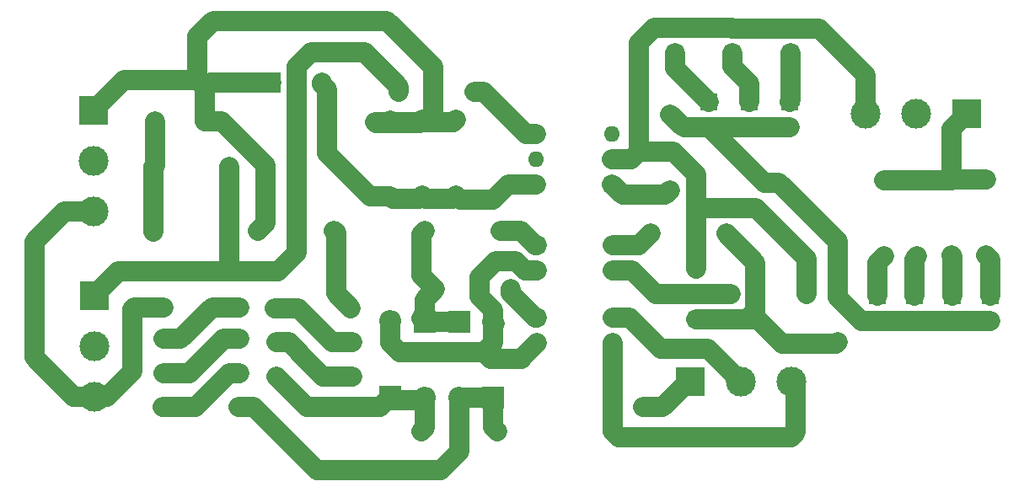
<source format=gbr>
%TF.GenerationSoftware,KiCad,Pcbnew,7.0.11+dfsg-1build4*%
%TF.CreationDate,2025-01-28T18:24:18-06:00*%
%TF.ProjectId,TriacControl,54726961-6343-46f6-9e74-726f6c2e6b69,rev?*%
%TF.SameCoordinates,Original*%
%TF.FileFunction,Copper,L1,Top*%
%TF.FilePolarity,Positive*%
%FSLAX46Y46*%
G04 Gerber Fmt 4.6, Leading zero omitted, Abs format (unit mm)*
G04 Created by KiCad (PCBNEW 7.0.11+dfsg-1build4) date 2025-01-28 18:24:18*
%MOMM*%
%LPD*%
G01*
G04 APERTURE LIST*
%TA.AperFunction,ComponentPad*%
%ADD10R,1.600000X1.600000*%
%TD*%
%TA.AperFunction,ComponentPad*%
%ADD11C,1.600000*%
%TD*%
%TA.AperFunction,ComponentPad*%
%ADD12R,3.000000X3.000000*%
%TD*%
%TA.AperFunction,ComponentPad*%
%ADD13C,3.000000*%
%TD*%
%TA.AperFunction,ComponentPad*%
%ADD14O,1.600000X1.600000*%
%TD*%
%TA.AperFunction,ComponentPad*%
%ADD15R,1.700000X1.700000*%
%TD*%
%TA.AperFunction,ComponentPad*%
%ADD16O,1.700000X1.700000*%
%TD*%
%TA.AperFunction,ComponentPad*%
%ADD17R,1.905000X2.000000*%
%TD*%
%TA.AperFunction,ComponentPad*%
%ADD18O,1.905000X2.000000*%
%TD*%
%TA.AperFunction,ComponentPad*%
%ADD19R,2.200000X2.200000*%
%TD*%
%TA.AperFunction,ComponentPad*%
%ADD20O,2.200000X2.200000*%
%TD*%
%TA.AperFunction,ComponentPad*%
%ADD21R,1.500000X1.500000*%
%TD*%
%TA.AperFunction,ComponentPad*%
%ADD22C,1.500000*%
%TD*%
%TA.AperFunction,Conductor*%
%ADD23C,2.000000*%
%TD*%
G04 APERTURE END LIST*
D10*
%TO.P,C3,1*%
%TO.N,Net-(JP6-A)*%
X122150000Y-56100000D03*
D11*
%TO.P,C3,2*%
%TO.N,GND2*%
X122150000Y-53600000D03*
%TD*%
D12*
%TO.P,J1,1,Pin_1*%
%TO.N,Net-(J1-Pin_1)*%
X57950000Y-61850000D03*
D13*
%TO.P,J1,2,Pin_2*%
%TO.N,unconnected-(J1-Pin_2-Pad2)*%
X57950000Y-66930000D03*
%TO.P,J1,3,Pin_3*%
%TO.N,Net-(J1-Pin_3)*%
X57950000Y-72010000D03*
%TD*%
D11*
%TO.P,R20,1*%
%TO.N,Net-(J4-Pin_1)*%
X137350000Y-68830000D03*
D14*
%TO.P,R20,2*%
%TO.N,Net-(JP4-A)*%
X137350000Y-76450000D03*
%TD*%
D11*
%TO.P,R18,1*%
%TO.N,Net-(J4-Pin_1)*%
X144150000Y-68800000D03*
D14*
%TO.P,R18,2*%
%TO.N,Net-(JP2-A)*%
X144150000Y-76420000D03*
%TD*%
D10*
%TO.P,C4,1*%
%TO.N,Net-(JP7-A)*%
X128000000Y-56100000D03*
D11*
%TO.P,C4,2*%
%TO.N,GND2*%
X128000000Y-53600000D03*
%TD*%
%TO.P,R17,1*%
%TO.N,Net-(J4-Pin_1)*%
X147600000Y-68800000D03*
D14*
%TO.P,R17,2*%
%TO.N,Net-(JP1-A)*%
X147600000Y-76420000D03*
%TD*%
D11*
%TO.P,R1,1*%
%TO.N,Net-(R1-Pad1)*%
X82100000Y-73900000D03*
D14*
%TO.P,R1,2*%
%TO.N,Net-(J1-Pin_1)*%
X74480000Y-73900000D03*
%TD*%
D11*
%TO.P,R6,1*%
%TO.N,Net-(R5-Pad2)*%
X72600000Y-88200000D03*
D14*
%TO.P,R6,2*%
%TO.N,Net-(R6-Pad2)*%
X64980000Y-88200000D03*
%TD*%
D11*
%TO.P,R27,1*%
%TO.N,Net-(D1-A)*%
X98470000Y-94080000D03*
D14*
%TO.P,R27,2*%
%TO.N,Net-(D2-A)*%
X90850000Y-94080000D03*
%TD*%
D11*
%TO.P,R23,1*%
%TO.N,Net-(JP1-B)*%
X115850000Y-62200000D03*
D14*
%TO.P,R23,2*%
%TO.N,Net-(R23-Pad2)*%
X115850000Y-69820000D03*
%TD*%
D11*
%TO.P,R7,1*%
%TO.N,Net-(R6-Pad2)*%
X72600000Y-84800000D03*
D14*
%TO.P,R7,2*%
%TO.N,Net-(R7-Pad2)*%
X64980000Y-84800000D03*
%TD*%
D12*
%TO.P,J3,1,Pin_1*%
%TO.N,Net-(J3-Pin_1)*%
X117850000Y-89050000D03*
D13*
%TO.P,J3,2,Pin_2*%
%TO.N,Net-(J3-Pin_2)*%
X122930000Y-89050000D03*
%TO.P,J3,3,Pin_3*%
%TO.N,GND*%
X128010000Y-89050000D03*
%TD*%
D11*
%TO.P,R22,1*%
%TO.N,Net-(D1-K)*%
X91200000Y-73950000D03*
D14*
%TO.P,R22,2*%
%TO.N,Net-(R22-Pad2)*%
X98820000Y-73950000D03*
%TD*%
D11*
%TO.P,R16,1*%
%TO.N,Net-(R16-Pad1)*%
X96250000Y-59950000D03*
D14*
%TO.P,R16,2*%
%TO.N,Net-(J2-Pin_1)*%
X88630000Y-59950000D03*
%TD*%
D15*
%TO.P,JP6,1,A*%
%TO.N,Net-(JP6-A)*%
X123800000Y-60950000D03*
D16*
%TO.P,JP6,2,B*%
%TO.N,Net-(JP1-B)*%
X123800000Y-63490000D03*
%TD*%
D15*
%TO.P,JP4,1,A*%
%TO.N,Net-(JP4-A)*%
X136650000Y-80450000D03*
D16*
%TO.P,JP4,2,B*%
%TO.N,Net-(JP1-B)*%
X136650000Y-82990000D03*
%TD*%
D11*
%TO.P,C1,1*%
%TO.N,Net-(J1-Pin_1)*%
X69100000Y-62900000D03*
%TO.P,C1,2*%
%TO.N,Net-(C1-Pad2)*%
X64100000Y-62900000D03*
%TD*%
%TO.P,R24,1*%
%TO.N,Net-(JP1-B)*%
X132700000Y-77450000D03*
D14*
%TO.P,R24,2*%
%TO.N,Net-(Q2-E)*%
X132700000Y-85070000D03*
%TD*%
D10*
%TO.P,C2,1*%
%TO.N,Net-(JP5-A)*%
X116350000Y-56050000D03*
D11*
%TO.P,C2,2*%
%TO.N,GND2*%
X116350000Y-53550000D03*
%TD*%
%TO.P,R21,1*%
%TO.N,Net-(D1-K)*%
X92250000Y-79800000D03*
D14*
%TO.P,R21,2*%
%TO.N,Net-(R21-Pad2)*%
X99870000Y-79800000D03*
%TD*%
D15*
%TO.P,JP2,1,A*%
%TO.N,Net-(JP2-A)*%
X144200000Y-80450000D03*
D16*
%TO.P,JP2,2,B*%
%TO.N,Net-(JP1-B)*%
X144200000Y-82990000D03*
%TD*%
D15*
%TO.P,JP5,1,A*%
%TO.N,Net-(JP5-A)*%
X119750000Y-61000000D03*
D16*
%TO.P,JP5,2,B*%
%TO.N,Net-(JP1-B)*%
X119750000Y-63540000D03*
%TD*%
D12*
%TO.P,J2,1,Pin_1*%
%TO.N,Net-(J2-Pin_1)*%
X58000000Y-80400000D03*
D13*
%TO.P,J2,2,Pin_2*%
%TO.N,unconnected-(J2-Pin_2-Pad2)*%
X58000000Y-85480000D03*
%TO.P,J2,3,Pin_3*%
%TO.N,Net-(J1-Pin_3)*%
X58000000Y-90560000D03*
%TD*%
D15*
%TO.P,JP7,1,A*%
%TO.N,Net-(JP7-A)*%
X127850000Y-60950000D03*
D16*
%TO.P,JP7,2,B*%
%TO.N,Net-(JP1-B)*%
X127850000Y-63490000D03*
%TD*%
D11*
%TO.P,R4,1*%
%TO.N,Net-(D2-A)*%
X76290000Y-88600000D03*
D14*
%TO.P,R4,2*%
%TO.N,Net-(R3-Pad1)*%
X83910000Y-88600000D03*
%TD*%
D11*
%TO.P,R14,1*%
%TO.N,Net-(J1-Pin_1)*%
X90970000Y-62780000D03*
D14*
%TO.P,R14,2*%
%TO.N,Net-(Q1-G)*%
X90970000Y-70400000D03*
%TD*%
D11*
%TO.P,R3,1*%
%TO.N,Net-(R3-Pad1)*%
X76280000Y-85100000D03*
D14*
%TO.P,R3,2*%
%TO.N,Net-(R2-Pad1)*%
X83900000Y-85100000D03*
%TD*%
D11*
%TO.P,R26,1*%
%TO.N,GND2*%
X129600000Y-80250000D03*
D14*
%TO.P,R26,2*%
%TO.N,Net-(Q2-B)*%
X121980000Y-80250000D03*
%TD*%
D11*
%TO.P,R25,1*%
%TO.N,Net-(Q2-E)*%
X121550000Y-74200000D03*
D14*
%TO.P,R25,2*%
%TO.N,Net-(R25-Pad2)*%
X113930000Y-74200000D03*
%TD*%
D11*
%TO.P,R13,1*%
%TO.N,Net-(J1-Pin_1)*%
X94350000Y-62720000D03*
D14*
%TO.P,R13,2*%
%TO.N,Net-(Q1-G)*%
X94350000Y-70340000D03*
%TD*%
D11*
%TO.P,R9,1*%
%TO.N,Net-(C1-Pad2)*%
X64000000Y-74000000D03*
D14*
%TO.P,R9,2*%
%TO.N,Net-(J2-Pin_1)*%
X71620000Y-74000000D03*
%TD*%
D11*
%TO.P,R15,1*%
%TO.N,Net-(J1-Pin_1)*%
X87760000Y-62810000D03*
D14*
%TO.P,R15,2*%
%TO.N,Net-(Q1-G)*%
X87760000Y-70430000D03*
%TD*%
D17*
%TO.P,Q1,1,A1*%
%TO.N,Net-(J1-Pin_1)*%
X75800000Y-59010000D03*
D18*
%TO.P,Q1,2,A2*%
%TO.N,Net-(J2-Pin_1)*%
X78340000Y-59010000D03*
%TO.P,Q1,3,G*%
%TO.N,Net-(Q1-G)*%
X80880000Y-59010000D03*
%TD*%
D10*
%TO.P,U3,1*%
%TO.N,Net-(R22-Pad2)*%
X102450000Y-75400000D03*
D14*
%TO.P,U3,2*%
%TO.N,Net-(D3-A)*%
X102450000Y-77940000D03*
%TO.P,U3,3*%
%TO.N,Net-(Q2-B)*%
X110070000Y-77940000D03*
%TO.P,U3,4*%
%TO.N,Net-(R25-Pad2)*%
X110070000Y-75400000D03*
%TD*%
D11*
%TO.P,R8,1*%
%TO.N,Net-(R7-Pad2)*%
X72600000Y-81600000D03*
D14*
%TO.P,R8,2*%
%TO.N,Net-(J1-Pin_3)*%
X64980000Y-81600000D03*
%TD*%
D15*
%TO.P,JP1,1,A*%
%TO.N,Net-(JP1-A)*%
X148000000Y-80450000D03*
D16*
%TO.P,JP1,2,B*%
%TO.N,Net-(JP1-B)*%
X148000000Y-82990000D03*
%TD*%
D10*
%TO.P,U1,1*%
%TO.N,Net-(R23-Pad2)*%
X110050000Y-69250000D03*
D14*
%TO.P,U1,2*%
%TO.N,GND2*%
X110050000Y-66710000D03*
%TO.P,U1,3,NC*%
%TO.N,unconnected-(U1-NC-Pad3)*%
X110050000Y-64170000D03*
%TO.P,U1,4*%
%TO.N,Net-(R16-Pad1)*%
X102430000Y-64170000D03*
%TO.P,U1,5,NC*%
%TO.N,unconnected-(U1-NC-Pad5)*%
X102430000Y-66710000D03*
%TO.P,U1,6*%
%TO.N,Net-(Q1-G)*%
X102430000Y-69250000D03*
%TD*%
D19*
%TO.P,D2,1,K*%
%TO.N,Net-(D1-K)*%
X91200000Y-83050000D03*
D20*
%TO.P,D2,2,A*%
%TO.N,Net-(D2-A)*%
X91200000Y-90670000D03*
%TD*%
D11*
%TO.P,R19,1*%
%TO.N,Net-(J4-Pin_1)*%
X140700000Y-68850000D03*
D14*
%TO.P,R19,2*%
%TO.N,Net-(JP3-A)*%
X140700000Y-76470000D03*
%TD*%
D19*
%TO.P,D3,1,K*%
%TO.N,Net-(D1-A)*%
X98050000Y-90700000D03*
D20*
%TO.P,D3,2,A*%
%TO.N,Net-(D3-A)*%
X98050000Y-83080000D03*
%TD*%
D10*
%TO.P,U2,1*%
%TO.N,Net-(R21-Pad2)*%
X102500000Y-82650000D03*
D14*
%TO.P,U2,2*%
%TO.N,Net-(D3-A)*%
X102500000Y-85190000D03*
%TO.P,U2,3*%
%TO.N,GND*%
X110120000Y-85190000D03*
%TO.P,U2,4*%
%TO.N,Net-(J3-Pin_2)*%
X110120000Y-82650000D03*
%TD*%
D11*
%TO.P,R5,1*%
%TO.N,Net-(D1-A)*%
X72500000Y-91600000D03*
D14*
%TO.P,R5,2*%
%TO.N,Net-(R5-Pad2)*%
X64880000Y-91600000D03*
%TD*%
D19*
%TO.P,D4,1,K*%
%TO.N,Net-(D2-A)*%
X87750000Y-90600000D03*
D20*
%TO.P,D4,2,A*%
%TO.N,Net-(D3-A)*%
X87750000Y-82980000D03*
%TD*%
D19*
%TO.P,D1,1,K*%
%TO.N,Net-(D1-K)*%
X94700000Y-83050000D03*
D20*
%TO.P,D1,2,A*%
%TO.N,Net-(D1-A)*%
X94700000Y-90670000D03*
%TD*%
D11*
%TO.P,R12,1*%
%TO.N,Net-(J3-Pin_1)*%
X113150000Y-91650000D03*
D14*
%TO.P,R12,2*%
%TO.N,Net-(J3-Pin_2)*%
X113150000Y-84030000D03*
%TD*%
D11*
%TO.P,R2,1*%
%TO.N,Net-(R2-Pad1)*%
X76180000Y-81700000D03*
D14*
%TO.P,R2,2*%
%TO.N,Net-(R1-Pad1)*%
X83800000Y-81700000D03*
%TD*%
D21*
%TO.P,Q2,1,E*%
%TO.N,Net-(Q2-E)*%
X118450000Y-82850000D03*
D22*
%TO.P,Q2,2,B*%
%TO.N,Net-(Q2-B)*%
X118450000Y-80310000D03*
%TO.P,Q2,3,C*%
%TO.N,GND2*%
X118450000Y-77770000D03*
%TD*%
D12*
%TO.P,J4,1,Pin_1*%
%TO.N,Net-(J4-Pin_1)*%
X145650000Y-62150000D03*
D13*
%TO.P,J4,2,Pin_2*%
%TO.N,unconnected-(J4-Pin_2-Pad2)*%
X140570000Y-62150000D03*
%TO.P,J4,3,Pin_3*%
%TO.N,GND2*%
X135490000Y-62150000D03*
%TD*%
D11*
%TO.P,R11,1*%
%TO.N,Net-(C1-Pad2)*%
X64000000Y-67500000D03*
D14*
%TO.P,R11,2*%
%TO.N,Net-(J2-Pin_1)*%
X71620000Y-67500000D03*
%TD*%
D15*
%TO.P,JP3,1,A*%
%TO.N,Net-(JP3-A)*%
X140400000Y-80450000D03*
D16*
%TO.P,JP3,2,B*%
%TO.N,Net-(JP1-B)*%
X140400000Y-82990000D03*
%TD*%
D11*
%TO.P,R10,1*%
%TO.N,Net-(C1-Pad2)*%
X64000000Y-70800000D03*
D14*
%TO.P,R10,2*%
%TO.N,Net-(J2-Pin_1)*%
X71620000Y-70800000D03*
%TD*%
D23*
%TO.N,Net-(J2-Pin_1)*%
X78340000Y-59010000D02*
X78340000Y-57440000D01*
X78340000Y-57440000D02*
X79780000Y-56000000D01*
X88630000Y-59430000D02*
X88630000Y-59950000D01*
X79780000Y-56000000D02*
X85200000Y-56000000D01*
X85200000Y-56000000D02*
X88630000Y-59430000D01*
%TO.N,Net-(J1-Pin_1)*%
X75800000Y-59010000D02*
X69590000Y-59010000D01*
X69590000Y-59010000D02*
X69100000Y-59500000D01*
%TO.N,Net-(J2-Pin_1)*%
X78340000Y-59010000D02*
X78340000Y-76160000D01*
X76500000Y-78000000D02*
X71300000Y-78000000D01*
X78340000Y-76160000D02*
X76500000Y-78000000D01*
%TO.N,Net-(Q1-G)*%
X81410000Y-59700000D02*
X81410000Y-66110000D01*
X81410000Y-66110000D02*
X85730000Y-70430000D01*
X80880000Y-59010000D02*
X80880000Y-59170000D01*
X80880000Y-59170000D02*
X81410000Y-59700000D01*
X85730000Y-70430000D02*
X87760000Y-70430000D01*
%TO.N,Net-(J1-Pin_1)*%
X94070000Y-63000000D02*
X92030000Y-63000000D01*
X92030000Y-63000000D02*
X86250000Y-63000000D01*
X68400000Y-58800000D02*
X68400000Y-54400000D01*
X68400000Y-54400000D02*
X69950000Y-52850000D01*
X69950000Y-52850000D02*
X87450000Y-52850000D01*
X87450000Y-52850000D02*
X92050000Y-57450000D01*
X92050000Y-57450000D02*
X92050000Y-62980000D01*
X92050000Y-62980000D02*
X92030000Y-63000000D01*
%TO.N,Net-(Q1-G)*%
X88030000Y-70700000D02*
X87760000Y-70430000D01*
X90970000Y-70400000D02*
X90670000Y-70700000D01*
%TO.N,Net-(J1-Pin_1)*%
X88000000Y-63050000D02*
X90700000Y-63050000D01*
X90700000Y-63050000D02*
X90970000Y-62780000D01*
X87760000Y-62810000D02*
X88000000Y-63050000D01*
%TO.N,Net-(Q1-G)*%
X90670000Y-70700000D02*
X88030000Y-70700000D01*
X94350000Y-70340000D02*
X93990000Y-70700000D01*
%TO.N,Net-(J1-Pin_1)*%
X94350000Y-62720000D02*
X94070000Y-63000000D01*
%TO.N,Net-(Q1-G)*%
X93990000Y-70700000D02*
X91270000Y-70700000D01*
X91270000Y-70700000D02*
X90970000Y-70400000D01*
X94350000Y-70340000D02*
X94810000Y-70800000D01*
X94810000Y-70800000D02*
X98080000Y-70800000D01*
X99630000Y-69250000D02*
X102430000Y-69250000D01*
X98080000Y-70800000D02*
X99630000Y-69250000D01*
%TO.N,Net-(J1-Pin_1)*%
X90650000Y-63100000D02*
X90970000Y-62780000D01*
X86350000Y-63100000D02*
X90650000Y-63100000D01*
X69100000Y-62900000D02*
X69100000Y-59500000D01*
X75200000Y-67300000D02*
X75200000Y-73180000D01*
X68400000Y-58800000D02*
X61000000Y-58800000D01*
X75200000Y-73180000D02*
X74480000Y-73900000D01*
X69100000Y-62900000D02*
X70800000Y-62900000D01*
X70800000Y-62900000D02*
X75200000Y-67300000D01*
X69100000Y-59500000D02*
X68400000Y-58800000D01*
X61000000Y-58800000D02*
X57950000Y-61850000D01*
%TO.N,Net-(C1-Pad2)*%
X64100000Y-67400000D02*
X64000000Y-67500000D01*
X64000000Y-74000000D02*
X64000000Y-70800000D01*
X64100000Y-62900000D02*
X64100000Y-67400000D01*
X64000000Y-70800000D02*
X64000000Y-67500000D01*
%TO.N,Net-(JP5-A)*%
X116350000Y-56050000D02*
X116350000Y-57600000D01*
X116350000Y-57600000D02*
X119750000Y-61000000D01*
%TO.N,GND2*%
X114250000Y-53500000D02*
X114300000Y-53550000D01*
X118450000Y-71650000D02*
X118450000Y-68250000D01*
X122100000Y-53550000D02*
X122150000Y-53600000D01*
X118450000Y-71650000D02*
X124500000Y-71650000D01*
X135490000Y-58240000D02*
X130850000Y-53600000D01*
X112700000Y-55050000D02*
X114250000Y-53500000D01*
X122150000Y-53600000D02*
X128000000Y-53600000D01*
X116200000Y-66000000D02*
X112700000Y-66000000D01*
X112700000Y-66000000D02*
X112700000Y-55050000D01*
X111990000Y-66710000D02*
X112700000Y-66000000D01*
X114300000Y-53550000D02*
X116350000Y-53550000D01*
X130850000Y-53600000D02*
X128000000Y-53600000D01*
X124500000Y-71650000D02*
X129600000Y-76750000D01*
X118450000Y-68250000D02*
X116200000Y-66000000D01*
X118450000Y-77770000D02*
X118450000Y-71650000D01*
X116350000Y-53550000D02*
X122100000Y-53550000D01*
X110050000Y-66710000D02*
X111990000Y-66710000D01*
X135490000Y-62150000D02*
X135490000Y-58240000D01*
X129600000Y-76750000D02*
X129600000Y-80250000D01*
%TO.N,Net-(JP6-A)*%
X123800000Y-59100000D02*
X123800000Y-60950000D01*
X122150000Y-56100000D02*
X122150000Y-57450000D01*
X122150000Y-57450000D02*
X123800000Y-59100000D01*
%TO.N,Net-(JP7-A)*%
X128000000Y-60800000D02*
X127850000Y-60950000D01*
X128000000Y-56100000D02*
X128000000Y-60800000D01*
%TO.N,Net-(D1-K)*%
X91200000Y-83050000D02*
X94700000Y-83050000D01*
X91200000Y-80850000D02*
X92250000Y-79800000D01*
X90890000Y-74260000D02*
X91200000Y-73950000D01*
X90900000Y-82750000D02*
X91200000Y-83050000D01*
X90890000Y-78440000D02*
X90890000Y-74260000D01*
X92250000Y-79800000D02*
X90890000Y-78440000D01*
X91200000Y-83050000D02*
X91200000Y-80850000D01*
%TO.N,Net-(D1-A)*%
X98050000Y-93660000D02*
X98470000Y-94080000D01*
X72500000Y-91600000D02*
X74000000Y-91600000D01*
X92820000Y-97990000D02*
X94700000Y-96110000D01*
X94700000Y-96110000D02*
X94700000Y-90670000D01*
X98010000Y-90700000D02*
X98050000Y-90700000D01*
X97980000Y-90670000D02*
X98010000Y-90700000D01*
X80390000Y-97990000D02*
X92820000Y-97990000D01*
X74000000Y-91600000D02*
X80390000Y-97990000D01*
X94700000Y-90670000D02*
X97980000Y-90670000D01*
X98050000Y-90700000D02*
X98050000Y-93660000D01*
%TO.N,Net-(D2-A)*%
X86700000Y-91650000D02*
X79340000Y-91650000D01*
X91200000Y-90670000D02*
X91200000Y-93730000D01*
X91200000Y-93730000D02*
X90850000Y-94080000D01*
X90970000Y-90900000D02*
X88050000Y-90900000D01*
X91200000Y-90670000D02*
X90970000Y-90900000D01*
X79340000Y-91650000D02*
X76290000Y-88600000D01*
X87750000Y-90600000D02*
X86700000Y-91650000D01*
X88050000Y-90900000D02*
X87750000Y-90600000D01*
%TO.N,Net-(D3-A)*%
X98050000Y-85200000D02*
X97150000Y-86100000D01*
X100950000Y-86740000D02*
X100950000Y-86800000D01*
X98050000Y-83080000D02*
X98050000Y-85200000D01*
X102500000Y-85190000D02*
X100950000Y-86740000D01*
X96750000Y-78550000D02*
X96750000Y-80550000D01*
X101318630Y-77940000D02*
X100328630Y-76950000D01*
X100950000Y-86800000D02*
X97850000Y-86800000D01*
X100328630Y-76950000D02*
X98350000Y-76950000D01*
X102450000Y-77940000D02*
X101318630Y-77940000D01*
X97850000Y-86800000D02*
X97150000Y-86100000D01*
X88650000Y-86100000D02*
X87750000Y-85200000D01*
X96750000Y-80550000D02*
X98050000Y-81850000D01*
X97150000Y-86100000D02*
X88650000Y-86100000D01*
X98050000Y-81850000D02*
X98050000Y-83080000D01*
X98350000Y-76950000D02*
X96750000Y-78550000D01*
X98220000Y-83250000D02*
X98050000Y-83080000D01*
X87750000Y-85200000D02*
X87750000Y-82980000D01*
%TO.N,Net-(J1-Pin_3)*%
X54990000Y-72010000D02*
X52000000Y-75000000D01*
X55910000Y-90560000D02*
X58000000Y-90560000D01*
X57950000Y-72010000D02*
X54990000Y-72010000D01*
X62000000Y-81600000D02*
X64980000Y-81600000D01*
X59340000Y-90560000D02*
X61800000Y-88100000D01*
X52000000Y-75000000D02*
X52000000Y-86650000D01*
X61800000Y-88100000D02*
X61800000Y-81800000D01*
X58000000Y-90560000D02*
X59340000Y-90560000D01*
X52000000Y-86650000D02*
X55910000Y-90560000D01*
X61800000Y-81800000D02*
X62000000Y-81600000D01*
%TO.N,Net-(J2-Pin_1)*%
X71300000Y-78000000D02*
X60400000Y-78000000D01*
X71620000Y-70800000D02*
X71620000Y-74000000D01*
X60400000Y-78000000D02*
X58000000Y-80400000D01*
X71620000Y-77680000D02*
X71300000Y-78000000D01*
X71620000Y-67500000D02*
X71620000Y-70800000D01*
X71620000Y-74000000D02*
X71620000Y-77680000D01*
%TO.N,Net-(J3-Pin_1)*%
X117700000Y-89050000D02*
X117850000Y-89050000D01*
X113150000Y-91650000D02*
X115100000Y-91650000D01*
X115100000Y-91650000D02*
X117700000Y-89050000D01*
%TO.N,Net-(J3-Pin_2)*%
X114920000Y-85800000D02*
X119680000Y-85800000D01*
X110120000Y-82650000D02*
X111770000Y-82650000D01*
X111770000Y-82650000D02*
X113150000Y-84030000D01*
X119680000Y-85800000D02*
X122930000Y-89050000D01*
X113150000Y-84030000D02*
X114920000Y-85800000D01*
%TO.N,GND*%
X110700000Y-94650000D02*
X128050000Y-94650000D01*
X110120000Y-94070000D02*
X110700000Y-94650000D01*
X128500000Y-89540000D02*
X128010000Y-89050000D01*
X110120000Y-85190000D02*
X110120000Y-94070000D01*
X128050000Y-94650000D02*
X128500000Y-94200000D01*
X128500000Y-94200000D02*
X128500000Y-89540000D01*
%TO.N,Net-(J4-Pin_1)*%
X144150000Y-68800000D02*
X144150000Y-63650000D01*
X144150000Y-68800000D02*
X147600000Y-68800000D01*
X140700000Y-68850000D02*
X144100000Y-68850000D01*
X137350000Y-68830000D02*
X140680000Y-68830000D01*
X144150000Y-63650000D02*
X145650000Y-62150000D01*
X140680000Y-68830000D02*
X140700000Y-68850000D01*
X144100000Y-68850000D02*
X144150000Y-68800000D01*
%TO.N,Net-(JP1-A)*%
X148000000Y-80450000D02*
X148000000Y-76820000D01*
X148000000Y-76820000D02*
X147600000Y-76420000D01*
%TO.N,Net-(JP1-B)*%
X115850000Y-62200000D02*
X117100000Y-63450000D01*
X132700000Y-80600000D02*
X135090000Y-82990000D01*
X132700000Y-74980000D02*
X126820000Y-69100000D01*
X126820000Y-69100000D02*
X125310000Y-69100000D01*
X140400000Y-82990000D02*
X144200000Y-82990000D01*
X135090000Y-82990000D02*
X136650000Y-82990000D01*
X132700000Y-77450000D02*
X132700000Y-80600000D01*
X144200000Y-82990000D02*
X148000000Y-82990000D01*
X136650000Y-82990000D02*
X140400000Y-82990000D01*
X117340000Y-63540000D02*
X119750000Y-63540000D01*
X125310000Y-69100000D02*
X119750000Y-63540000D01*
X119750000Y-63540000D02*
X123750000Y-63540000D01*
X117250000Y-63450000D02*
X117340000Y-63540000D01*
X127850000Y-63490000D02*
X123800000Y-63490000D01*
X117100000Y-63450000D02*
X117250000Y-63450000D01*
X132700000Y-77450000D02*
X132700000Y-74980000D01*
X123750000Y-63540000D02*
X123800000Y-63490000D01*
%TO.N,Net-(JP2-A)*%
X144200000Y-76470000D02*
X144150000Y-76420000D01*
X144200000Y-80450000D02*
X144200000Y-76470000D01*
%TO.N,Net-(JP3-A)*%
X140400000Y-76770000D02*
X140700000Y-76470000D01*
X140400000Y-80450000D02*
X140400000Y-76770000D01*
%TO.N,Net-(JP4-A)*%
X136650000Y-80450000D02*
X136650000Y-77150000D01*
X136650000Y-77150000D02*
X137350000Y-76450000D01*
%TO.N,Net-(Q2-E)*%
X118450000Y-82850000D02*
X123600000Y-82850000D01*
X124450000Y-82000000D02*
X124450000Y-77100000D01*
X124450000Y-77100000D02*
X121550000Y-74200000D01*
X127100000Y-85250000D02*
X132520000Y-85250000D01*
X123600000Y-82850000D02*
X124700000Y-82850000D01*
X132520000Y-85250000D02*
X132700000Y-85070000D01*
X124700000Y-82850000D02*
X127100000Y-85250000D01*
X123600000Y-82850000D02*
X124450000Y-82000000D01*
%TO.N,Net-(Q2-B)*%
X118510000Y-80250000D02*
X118450000Y-80310000D01*
X114410000Y-80310000D02*
X118450000Y-80310000D01*
X110070000Y-77940000D02*
X112040000Y-77940000D01*
X112040000Y-77940000D02*
X114410000Y-80310000D01*
X121980000Y-80250000D02*
X118510000Y-80250000D01*
%TO.N,Net-(R1-Pad1)*%
X82300000Y-80200000D02*
X83800000Y-81700000D01*
X82100000Y-73900000D02*
X82300000Y-74100000D01*
X82300000Y-74100000D02*
X82300000Y-80200000D01*
%TO.N,Net-(R2-Pad1)*%
X81900000Y-85100000D02*
X83900000Y-85100000D01*
X76180000Y-81700000D02*
X78500000Y-81700000D01*
X78500000Y-81700000D02*
X81900000Y-85100000D01*
%TO.N,Net-(R3-Pad1)*%
X78600000Y-86200000D02*
X81000000Y-88600000D01*
X81000000Y-88600000D02*
X83910000Y-88600000D01*
X77600000Y-85100000D02*
X78600000Y-86100000D01*
X76280000Y-85100000D02*
X77600000Y-85100000D01*
X78600000Y-86100000D02*
X78600000Y-86200000D01*
%TO.N,Net-(R5-Pad2)*%
X71600000Y-88200000D02*
X72600000Y-88200000D01*
X64880000Y-91600000D02*
X68200000Y-91600000D01*
X68200000Y-91600000D02*
X71600000Y-88200000D01*
%TO.N,Net-(R6-Pad2)*%
X64980000Y-88200000D02*
X67600000Y-88200000D01*
X71000000Y-84800000D02*
X72600000Y-84800000D01*
X67600000Y-88200000D02*
X71000000Y-84800000D01*
%TO.N,Net-(R7-Pad2)*%
X66700000Y-84800000D02*
X69900000Y-81600000D01*
X64980000Y-84800000D02*
X66700000Y-84800000D01*
X69900000Y-81600000D02*
X72600000Y-81600000D01*
%TO.N,Net-(R16-Pad1)*%
X101370000Y-64170000D02*
X102430000Y-64170000D01*
X96250000Y-59950000D02*
X97150000Y-59950000D01*
X97150000Y-59950000D02*
X101370000Y-64170000D01*
%TO.N,Net-(R21-Pad2)*%
X102300000Y-82650000D02*
X102500000Y-82650000D01*
X99870000Y-79800000D02*
X99870000Y-80220000D01*
X99870000Y-80220000D02*
X102300000Y-82650000D01*
%TO.N,Net-(R22-Pad2)*%
X98820000Y-73950000D02*
X100900000Y-73950000D01*
X102350000Y-75400000D02*
X102450000Y-75400000D01*
X100900000Y-73950000D02*
X102350000Y-75400000D01*
%TO.N,Net-(R23-Pad2)*%
X110050000Y-69250000D02*
X111120000Y-70320000D01*
X111120000Y-70320000D02*
X115350000Y-70320000D01*
X115350000Y-70320000D02*
X115850000Y-69820000D01*
%TO.N,Net-(R25-Pad2)*%
X110070000Y-75400000D02*
X112730000Y-75400000D01*
X112730000Y-75400000D02*
X113930000Y-74200000D01*
%TD*%
M02*

</source>
